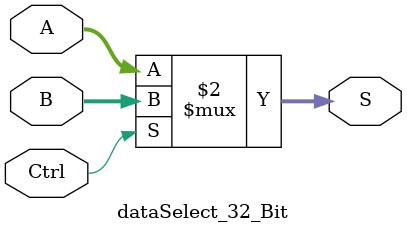
<source format=v>
module dataSelect_32_Bit(A, B, Ctrl, S);
  input [31:0] A, B; //Á½¸öÊý¾Ý
  input Ctrl; //¿ØÖÆÐÅºÅ
  output [31:0] S;
  assign S = (Ctrl == 1'b0 ? A : B);
endmodule
</source>
